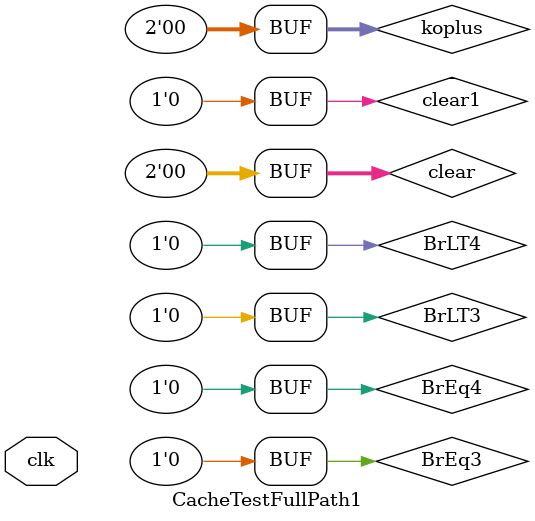
<source format=v>
`timescale 1ns/1ns
module CacheTestFullPath1(clk);

input clk;
wire outPC;
wire outI;
wire[6:0] opcode2, opcode6, opcode10, opcode12;
wire[31:0] pc4 ,pc42, inst, imm_out, memsel_out, D, out1, out8, out9;
wire[31:0] tmp1, tmp2, tmp3, tmp4, tmp5, tmp6, tmp7, tmp8, tmp9, tmp10, tmp12, tmpImm;
wire[31:0] DataD, DataA, DataB, DataW, DataR;
wire[31:0] ALU_Out, ALU_In_1, ALU_In_2;
wire[31:0] mux31_out, addr, PC, Imm_Out;
wire[31:0] out21, out3;
wire[24:0] Imm_In, imm_in;
wire[8:0] instrom1, instrom2, instrom3, instrom4;
wire[4:0] AddrD, AddrA, AddrB;
wire[3:0] ALU_Sel2, ALU_Sel3, ALU_Sel4;
wire[2:0] ImmSel2, MemSel2, ImmSel3, MemSel3,ImmSel4, MemSel4;
wire[1:0] WBSel2, MemCtr2, WBSel3, MemCtr3,WBSel4, MemCtr4;
wire[1:0] outA, outB, outC1,outC2,outC3, outD;
wire[1:0] clear, flush2, flush1;
wire[1:0] koplus;
wire prediction, pprediction;
wire clear1, PCSelx, true;
wire V;
wire[2:0] type;
wire RegWEn2, BrEq2, BrLT2, PCSel2, BrUn2, ASel2, BSel2, MemRW2;
wire RegWEn3, BrEq3, BrLT3, PCSel3, BrUn3, ASel3, BSel3, MemRW3;
wire RegWEn4, BrEq4, BrLT4, PCSel4, BrUn4, ASel4, BSel4, MemRW4;
assign clear = 2'b00;
assign clear1 = 1'b0;
assign koplus = 2'b00;
assign opcode2 = tmp2[6:0];
assign opcode6 = tmp6[6:0];
assign opcode10 = tmp10[6:0];
assign opcode12 = tmp12[6:0];
assign V = ~MemRW3;

//Forwarding control logic
fforwardCtrlab forwardCtrlab(outI, outA, outB, outC1, outC2, outC3, outD, outPC, tmp2, tmp6, tmp10, tmp12, type, BrEq2, BrLT2);

//Instruction fetch
IMEM1 IMEM1(inst, PC, clk); //Out, In
assign Imm_In = {inst[31:7]};
se se1(Imm_Out, 3'b100, Imm_In);
pre_add pre_add(addr, PC, Imm_Out);
Dbranch Dbranch(prediction, true, pprediction, outPC, clk, PC, tmp6, pc42, flush1);
pc pc(PC, out1, outI, clk);
pc4 pcA(pc4, PC);
mux21 mux21g(out3, prediction, addr, pc4);
mux31 mux31f(out21, {PCSelx,outPC}, pc42 , ALU_Out, pc4);
ABD ABD(out21, out3, inst, tmp6, outI, true, out1);
truth truth(flush2, flush1, PCSelx, pprediction, outC2, tmp6, outI);
Dff Dff1(tmp1, flush1, PC, tmp1, clk);
Dff Dff2(tmp2, flush1, inst, tmp2, clk);
Dff Dff_Imm(tmpImm, flush1, Imm_Out, tmpImm, clk);

//Instruction decode
assign AddrA = {tmp2[19:15]};
assign AddrB = {tmp2[24:20]};
assign instrom1 = {tmp2[30],tmp2[14:12],tmp2[6:2]};
register register(AddrD,AddrA,AddrB,DataD,RegWEn4,DataA,DataB,clk);
Dff Dff3(tmp3, flush2, tmp1, tmp3, clk);
Dff Dff4(tmp4, flush2, DataA, tmp4, clk);
Dff Dff5(tmp5, flush2, DataB, tmp5, clk);
Dff Dff6(tmp6, flush2, tmp2, tmp6, clk);	
Dff #(9) Dffrom1(instrom2, flush2, instrom1, instrom2, clk);

//Execute
pc4 pc4_2(pc42, tmp3);
assign imm_in = {tmp6[31:7]};
se se(imm_out,ImmSel2, imm_in);
mux21 muxA(ALU_In_1, ASel2, tmp3, out9); //pc, reg, dmem, wb
mux21 muxB(ALU_In_2, BSel2, imm_out, out8); // imm, reg, dmem, wb
mux31 mux311(D, outB, tmp5, DataD, tmp8);
mux31 mux312(out9, outA, tmp4, DataD, tmp8);
mux31 mux313(out8, outB, tmp5, DataD, tmp8);
branch branch(BrEq2, BrLT2, out9, out8, BrUn2);
alu alu(ALU_Out, ALU_Sel2, ALU_In_1, ALU_In_2);
Dff Dff7(tmp7, clear, pc42, tmp7, clk);				
Dff Dff8(tmp8, clear, ALU_Out, tmp8, clk);		
Dff Dff9(tmp9, clear, out8, tmp9, clk);				
Dff Dff10(tmp10, clear, tmp6, tmp10, clk);		
rom11 rom2(instrom2, BrEq2, BrLT2, PCSel2, ImmSel2, BrUn2, ASel2, BSel2, ALU_Sel2, MemRW2, RegWEn2, MemSel2, MemCtr2, WBSel2);
Dff #(9) Dffrom2(instrom3, clear, instrom2, instrom3, clk);

//Memory acces
memctr memctr(DataW, MemCtr3, tmp9);
//CacheModule1 CacheModule1(clk, tmp8, DataW, V, DataR);
dmem dmem(DataR, MemRW3,tmp8, DataW, clk );
memsel memsel(memsel_out, MemSel3, DataR);	
mux31 mux31(mux31_out, WBSel3, memsel_out, tmp8, tmp7);
Dff Dff11(DataD, clear, mux31_out, DataD, clk);
Dff Dff13(tmp12, clear, tmp10, tmp12, clk);
Dff325 Dff12(AddrD, clear1, tmp10, clk);
assign BrEq3 = 1'b0;
assign BrLT3 = 1'b0;
rom11 rom3(instrom3,BrEq3, BrLT3, PCSel3, ImmSel3, BrUn3, ASel3, BSel3, ALU_Sel3, MemRW3, RegWEn3, MemSel3, MemCtr3, WBSel3);
Dff #(9) Dffrom3(instrom4, clear, instrom3,instrom4, clk);	
//Write back
assign BrEq4 = 1'b0;
assign BrLT4 = 1'b0;
rom12 rom4(instrom4, PCSel4, ImmSel4, BrUn4, ASel4, BSel4, ALU_Sel4, MemRW4, RegWEn4, MemSel4, MemCtr4, WBSel4);
endmodule


</source>
